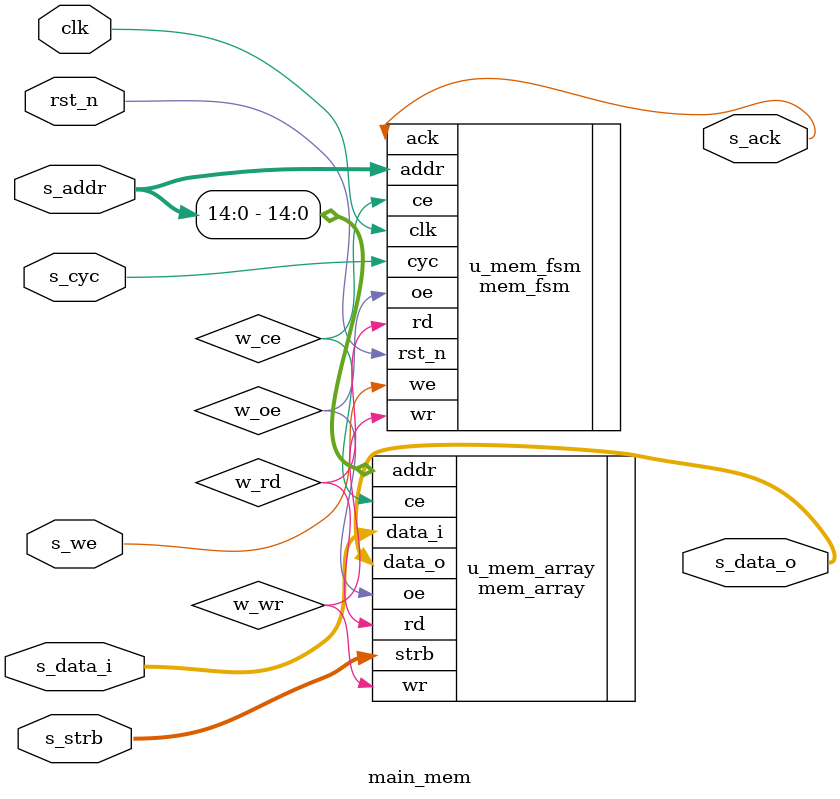
<source format=v>
/******* Microarchiture Project********/
/* Module: main_mem                   */
/* Description: 32kB main memory with */
/* memory array controller fsm.       */
/* Author: Sharukh S. Shaikh          */
/**************************************/

module main_mem (clk, rst_n, s_cyc, s_we, s_strb, s_addr, s_data_i, s_data_o, s_ack);
// Input and Output ports
input         clk;
input         rst_n;
input         s_cyc;
input         s_we;
input  [3:0]  s_strb;
input  [31:0] s_addr;
input  [31:0] s_data_i;

output        s_ack;
output [31:0] s_data_o;

// Internal variables
wire        w_ce, w_oe, w_wr, w_rd;

// memory array instantiation
mem_array u_mem_array(.ce(w_ce), .oe(w_oe), .wr(w_wr), .rd(w_rd), .strb(s_strb), .addr(s_addr[14:0]), .data_i(s_data_i), .data_o(s_data_o));

// memory array controller fsm
mem_fsm u_mem_fsm(.clk(clk), .rst_n(rst_n), .cyc(s_cyc), .we(s_we), .addr(s_addr), .ack(s_ack), .ce(w_ce), .oe(w_oe), .wr(w_wr), .rd(w_rd));

endmodule


</source>
